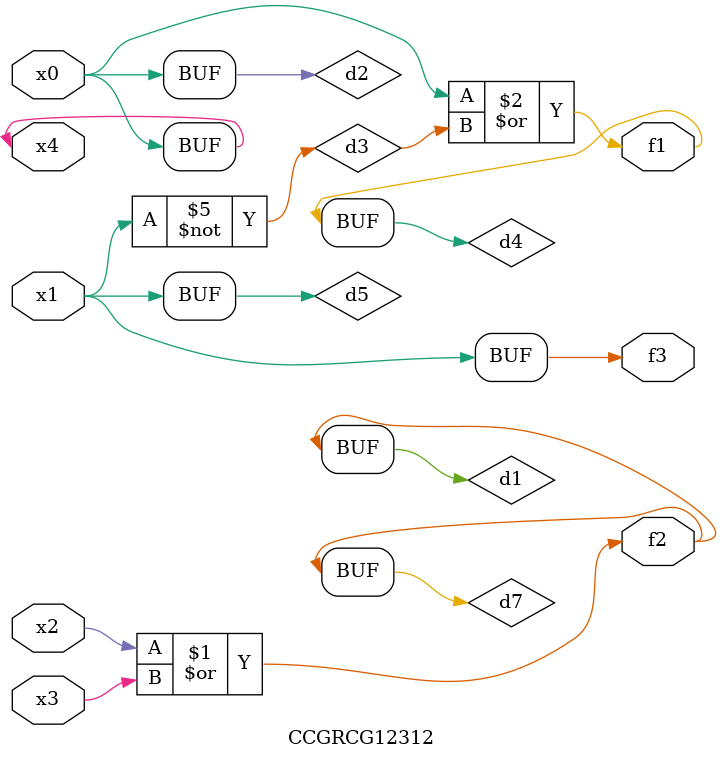
<source format=v>
module CCGRCG12312(
	input x0, x1, x2, x3, x4,
	output f1, f2, f3
);

	wire d1, d2, d3, d4, d5, d6, d7;

	or (d1, x2, x3);
	buf (d2, x0, x4);
	not (d3, x1);
	or (d4, d2, d3);
	not (d5, d3);
	nand (d6, d1, d3);
	or (d7, d1);
	assign f1 = d4;
	assign f2 = d7;
	assign f3 = d5;
endmodule

</source>
